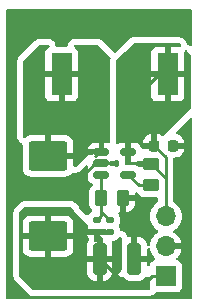
<source format=gbr>
%TF.GenerationSoftware,KiCad,Pcbnew,8.0.4*%
%TF.CreationDate,2024-12-02T13:52:29-05:00*%
%TF.ProjectId,13vconvertertest,31337663-6f6e-4766-9572-746572746573,rev?*%
%TF.SameCoordinates,Original*%
%TF.FileFunction,Copper,L1,Top*%
%TF.FilePolarity,Positive*%
%FSLAX46Y46*%
G04 Gerber Fmt 4.6, Leading zero omitted, Abs format (unit mm)*
G04 Created by KiCad (PCBNEW 8.0.4) date 2024-12-02 13:52:29*
%MOMM*%
%LPD*%
G01*
G04 APERTURE LIST*
G04 Aperture macros list*
%AMRoundRect*
0 Rectangle with rounded corners*
0 $1 Rounding radius*
0 $2 $3 $4 $5 $6 $7 $8 $9 X,Y pos of 4 corners*
0 Add a 4 corners polygon primitive as box body*
4,1,4,$2,$3,$4,$5,$6,$7,$8,$9,$2,$3,0*
0 Add four circle primitives for the rounded corners*
1,1,$1+$1,$2,$3*
1,1,$1+$1,$4,$5*
1,1,$1+$1,$6,$7*
1,1,$1+$1,$8,$9*
0 Add four rect primitives between the rounded corners*
20,1,$1+$1,$2,$3,$4,$5,0*
20,1,$1+$1,$4,$5,$6,$7,0*
20,1,$1+$1,$6,$7,$8,$9,0*
20,1,$1+$1,$8,$9,$2,$3,0*%
G04 Aperture macros list end*
%TA.AperFunction,SMDPad,CuDef*%
%ADD10R,1.800000X3.600000*%
%TD*%
%TA.AperFunction,SMDPad,CuDef*%
%ADD11RoundRect,0.250000X-0.325000X-1.100000X0.325000X-1.100000X0.325000X1.100000X-0.325000X1.100000X0*%
%TD*%
%TA.AperFunction,SMDPad,CuDef*%
%ADD12RoundRect,0.250000X1.400000X1.000000X-1.400000X1.000000X-1.400000X-1.000000X1.400000X-1.000000X0*%
%TD*%
%TA.AperFunction,ComponentPad*%
%ADD13R,1.700000X1.700000*%
%TD*%
%TA.AperFunction,ComponentPad*%
%ADD14O,1.700000X1.700000*%
%TD*%
%TA.AperFunction,SMDPad,CuDef*%
%ADD15RoundRect,0.135000X-0.185000X0.135000X-0.185000X-0.135000X0.185000X-0.135000X0.185000X0.135000X0*%
%TD*%
%TA.AperFunction,SMDPad,CuDef*%
%ADD16RoundRect,0.150000X-0.512500X-0.150000X0.512500X-0.150000X0.512500X0.150000X-0.512500X0.150000X0*%
%TD*%
%TA.AperFunction,SMDPad,CuDef*%
%ADD17RoundRect,0.225000X-0.225000X-0.250000X0.225000X-0.250000X0.225000X0.250000X-0.225000X0.250000X0*%
%TD*%
%TA.AperFunction,SMDPad,CuDef*%
%ADD18RoundRect,0.250000X-0.262500X-0.450000X0.262500X-0.450000X0.262500X0.450000X-0.262500X0.450000X0*%
%TD*%
%TA.AperFunction,SMDPad,CuDef*%
%ADD19RoundRect,0.140000X-0.170000X0.140000X-0.170000X-0.140000X0.170000X-0.140000X0.170000X0.140000X0*%
%TD*%
%TA.AperFunction,SMDPad,CuDef*%
%ADD20RoundRect,0.250000X-0.450000X0.262500X-0.450000X-0.262500X0.450000X-0.262500X0.450000X0.262500X0*%
%TD*%
%TA.AperFunction,Conductor*%
%ADD21C,0.250000*%
%TD*%
G04 APERTURE END LIST*
D10*
%TO.P,L1,1,1*%
%TO.N,+3.3V*%
X96800000Y-29880000D03*
%TO.P,L1,2,2*%
%TO.N,Net-(D1-A)*%
X87800000Y-29880000D03*
%TD*%
D11*
%TO.P,C3,1*%
%TO.N,+13V*%
X91015000Y-45520000D03*
%TO.P,C3,2*%
%TO.N,GND*%
X93965000Y-45520000D03*
%TD*%
D12*
%TO.P,D1,1,K*%
%TO.N,+13V*%
X86650000Y-43610000D03*
%TO.P,D1,2,A*%
%TO.N,Net-(D1-A)*%
X86650000Y-36810000D03*
%TD*%
D13*
%TO.P,J1,1,Pin_1*%
%TO.N,+13V*%
X96620000Y-47005000D03*
D14*
%TO.P,J1,2,Pin_2*%
%TO.N,GND*%
X96620000Y-44465000D03*
%TO.P,J1,3,Pin_3*%
%TO.N,+3.3V*%
X96620000Y-41925000D03*
%TD*%
D15*
%TO.P,R3,1*%
%TO.N,Net-(U1-FB)*%
X90790000Y-42260000D03*
%TO.P,R3,2*%
%TO.N,+13V*%
X90790000Y-43280000D03*
%TD*%
D16*
%TO.P,U1,1,SW*%
%TO.N,Net-(D1-A)*%
X91175000Y-36500000D03*
%TO.P,U1,2,GND*%
%TO.N,GND*%
X91175000Y-37450000D03*
%TO.P,U1,3,FB*%
%TO.N,Net-(U1-FB)*%
X91175000Y-38400000D03*
%TO.P,U1,4,EN*%
%TO.N,Net-(U1-EN)*%
X93450000Y-38400000D03*
%TO.P,U1,5,VIN*%
%TO.N,+3.3V*%
X93450000Y-36500000D03*
%TD*%
D17*
%TO.P,C1,1*%
%TO.N,+3.3V*%
X95650000Y-35960000D03*
%TO.P,C1,2*%
%TO.N,GND*%
X97200000Y-35960000D03*
%TD*%
D18*
%TO.P,R2,1*%
%TO.N,Net-(U1-FB)*%
X91147500Y-40350000D03*
%TO.P,R2,2*%
%TO.N,GND*%
X92972500Y-40350000D03*
%TD*%
D19*
%TO.P,C2,1*%
%TO.N,Net-(U1-FB)*%
X91940000Y-42270000D03*
%TO.P,C2,2*%
%TO.N,+13V*%
X91940000Y-43230000D03*
%TD*%
D20*
%TO.P,R1,1*%
%TO.N,+3.3V*%
X95390000Y-37487500D03*
%TO.P,R1,2*%
%TO.N,Net-(U1-EN)*%
X95390000Y-39312500D03*
%TD*%
D21*
%TO.N,+3.3V*%
X96620000Y-36930000D02*
X95650000Y-35960000D01*
X96020000Y-29880000D02*
X96800000Y-29880000D01*
X96620000Y-38717500D02*
X95390000Y-37487500D01*
X96620000Y-41925000D02*
X96620000Y-36930000D01*
X93450000Y-32490000D02*
X93430000Y-32470000D01*
X93450000Y-36500000D02*
X93450000Y-32490000D01*
X93430000Y-32470000D02*
X96020000Y-29880000D01*
X96620000Y-41925000D02*
X96620000Y-38717500D01*
%TO.N,Net-(U1-FB)*%
X91147500Y-38427500D02*
X91175000Y-38400000D01*
X91147500Y-40350000D02*
X91147500Y-41530000D01*
X91147500Y-41530000D02*
X91147500Y-41902500D01*
X91887500Y-42270000D02*
X91147500Y-41530000D01*
X91147500Y-40350000D02*
X91147500Y-38427500D01*
X91147500Y-41902500D02*
X90790000Y-42260000D01*
X91940000Y-42270000D02*
X91887500Y-42270000D01*
%TO.N,+13V*%
X94670000Y-47810000D02*
X93305000Y-47810000D01*
X96620000Y-47005000D02*
X95475000Y-47005000D01*
X93305000Y-47810000D02*
X91015000Y-45520000D01*
X95475000Y-47005000D02*
X94670000Y-47810000D01*
%TO.N,Net-(D1-A)*%
X90980000Y-36500000D02*
X90670000Y-36810000D01*
X88570000Y-29880000D02*
X87800000Y-29880000D01*
X91175000Y-36500000D02*
X90980000Y-36500000D01*
%TO.N,GND*%
X90600000Y-37450000D02*
X88810000Y-39240000D01*
X91175000Y-37450000D02*
X90600000Y-37450000D01*
%TO.N,Net-(U1-EN)*%
X95390000Y-39312500D02*
X94362500Y-39312500D01*
X94362500Y-39312500D02*
X93450000Y-38400000D01*
%TD*%
%TA.AperFunction,Conductor*%
%TO.N,Net-(D1-A)*%
G36*
X86725761Y-27399685D02*
G01*
X86771516Y-27452489D01*
X86781460Y-27521647D01*
X86752435Y-27585203D01*
X86702055Y-27620182D01*
X86657913Y-27636645D01*
X86657906Y-27636649D01*
X86542812Y-27722809D01*
X86542809Y-27722812D01*
X86456649Y-27837906D01*
X86456645Y-27837913D01*
X86406403Y-27972620D01*
X86406401Y-27972627D01*
X86400000Y-28032155D01*
X86400000Y-29630000D01*
X89200000Y-29630000D01*
X89200000Y-28032172D01*
X89199999Y-28032155D01*
X89193598Y-27972627D01*
X89193596Y-27972620D01*
X89143354Y-27837913D01*
X89143350Y-27837906D01*
X89057190Y-27722812D01*
X89057187Y-27722809D01*
X88942093Y-27636649D01*
X88942086Y-27636645D01*
X88897945Y-27620182D01*
X88842011Y-27578311D01*
X88817594Y-27512847D01*
X88832445Y-27444574D01*
X88881851Y-27395168D01*
X88941278Y-27380000D01*
X90828638Y-27380000D01*
X90895677Y-27399685D01*
X90916319Y-27416319D01*
X91926215Y-28426215D01*
X91959700Y-28487538D01*
X91954716Y-28557230D01*
X91951329Y-28565407D01*
X91934663Y-28601899D01*
X91914976Y-28668944D01*
X91894500Y-28811362D01*
X91894500Y-35576982D01*
X91874815Y-35644021D01*
X91822011Y-35689776D01*
X91760777Y-35700600D01*
X91753162Y-35700001D01*
X91753134Y-35700000D01*
X91425000Y-35700000D01*
X91425000Y-36525500D01*
X91405315Y-36592539D01*
X91352511Y-36638294D01*
X91301000Y-36649500D01*
X90596798Y-36649500D01*
X90559932Y-36652401D01*
X90559926Y-36652402D01*
X90402106Y-36698254D01*
X90402103Y-36698255D01*
X90343806Y-36732732D01*
X90280685Y-36750000D01*
X90015205Y-36750000D01*
X90010074Y-36755550D01*
X89999758Y-36804651D01*
X89950705Y-36854407D01*
X89890506Y-36870000D01*
X89859999Y-36870000D01*
X89011681Y-37718318D01*
X88950358Y-37751803D01*
X88880666Y-37746819D01*
X88824733Y-37704947D01*
X88800316Y-37639483D01*
X88800000Y-37630637D01*
X88800000Y-37060000D01*
X86524000Y-37060000D01*
X86456961Y-37040315D01*
X86411206Y-36987511D01*
X86400000Y-36936000D01*
X86400000Y-36560000D01*
X86900000Y-36560000D01*
X88799999Y-36560000D01*
X88799999Y-36249998D01*
X90015204Y-36249998D01*
X90015205Y-36250000D01*
X90925000Y-36250000D01*
X90925000Y-35700000D01*
X90596850Y-35700000D01*
X90560010Y-35702899D01*
X90560004Y-35702900D01*
X90402306Y-35748716D01*
X90402303Y-35748717D01*
X90260947Y-35832314D01*
X90260938Y-35832321D01*
X90144821Y-35948438D01*
X90144814Y-35948447D01*
X90061218Y-36089801D01*
X90015399Y-36247513D01*
X90015204Y-36249998D01*
X88799999Y-36249998D01*
X88799999Y-35760028D01*
X88799998Y-35760013D01*
X88789505Y-35657302D01*
X88734358Y-35490880D01*
X88734356Y-35490875D01*
X88642315Y-35341654D01*
X88518345Y-35217684D01*
X88369124Y-35125643D01*
X88369119Y-35125641D01*
X88202697Y-35070494D01*
X88202690Y-35070493D01*
X88099986Y-35060000D01*
X86900000Y-35060000D01*
X86900000Y-36560000D01*
X86400000Y-36560000D01*
X86400000Y-35060000D01*
X85200028Y-35060000D01*
X85200012Y-35060001D01*
X85097302Y-35070494D01*
X84930880Y-35125641D01*
X84930875Y-35125643D01*
X84781654Y-35217684D01*
X84751681Y-35247658D01*
X84690358Y-35281143D01*
X84620666Y-35276159D01*
X84564733Y-35234287D01*
X84540316Y-35168823D01*
X84540000Y-35159977D01*
X84540000Y-31727844D01*
X86400000Y-31727844D01*
X86406401Y-31787372D01*
X86406403Y-31787379D01*
X86456645Y-31922086D01*
X86456649Y-31922093D01*
X86542809Y-32037187D01*
X86542812Y-32037190D01*
X86657906Y-32123350D01*
X86657913Y-32123354D01*
X86792620Y-32173596D01*
X86792627Y-32173598D01*
X86852155Y-32179999D01*
X86852172Y-32180000D01*
X87550000Y-32180000D01*
X88050000Y-32180000D01*
X88747828Y-32180000D01*
X88747844Y-32179999D01*
X88807372Y-32173598D01*
X88807379Y-32173596D01*
X88942086Y-32123354D01*
X88942093Y-32123350D01*
X89057187Y-32037190D01*
X89057190Y-32037187D01*
X89143350Y-31922093D01*
X89143354Y-31922086D01*
X89193596Y-31787379D01*
X89193598Y-31787372D01*
X89199999Y-31727844D01*
X89200000Y-31727827D01*
X89200000Y-30130000D01*
X88050000Y-30130000D01*
X88050000Y-32180000D01*
X87550000Y-32180000D01*
X87550000Y-30130000D01*
X86400000Y-30130000D01*
X86400000Y-31727844D01*
X84540000Y-31727844D01*
X84540000Y-28811362D01*
X84559685Y-28744323D01*
X84576319Y-28723681D01*
X85883681Y-27416319D01*
X85945004Y-27382834D01*
X85971362Y-27380000D01*
X86658722Y-27380000D01*
X86725761Y-27399685D01*
G37*
%TD.AperFunction*%
%TD*%
%TA.AperFunction,Conductor*%
%TO.N,+13V*%
G36*
X88605677Y-41149685D02*
G01*
X88626319Y-41166319D01*
X88793681Y-41333681D01*
X88827166Y-41395004D01*
X88830000Y-41421362D01*
X88830000Y-41460000D01*
X90002779Y-42632779D01*
X90021830Y-42657339D01*
X90051418Y-42707370D01*
X90068601Y-42775094D01*
X90051419Y-42833611D01*
X90017594Y-42890806D01*
X89977156Y-43030000D01*
X90529591Y-43030000D01*
X90539318Y-43030382D01*
X90539516Y-43030397D01*
X90540819Y-43030500D01*
X91039180Y-43030499D01*
X91039193Y-43030498D01*
X91040668Y-43030382D01*
X91050393Y-43030000D01*
X91096942Y-43030000D01*
X91125691Y-43012997D01*
X91222324Y-42984922D01*
X91256916Y-42980000D01*
X91441648Y-42980000D01*
X91504766Y-42997267D01*
X91513605Y-43002494D01*
X91513608Y-43002494D01*
X91513610Y-43002496D01*
X91669002Y-43047642D01*
X91669005Y-43047642D01*
X91669007Y-43047643D01*
X91705310Y-43050500D01*
X91705318Y-43050500D01*
X92066000Y-43050500D01*
X92133039Y-43070185D01*
X92178794Y-43122989D01*
X92190000Y-43174500D01*
X92190000Y-43356000D01*
X92170315Y-43423039D01*
X92117511Y-43468794D01*
X92066000Y-43480000D01*
X91653000Y-43480000D01*
X91639319Y-43493681D01*
X91577996Y-43527166D01*
X91551638Y-43530000D01*
X91040000Y-43530000D01*
X91040000Y-43627000D01*
X91141000Y-43627000D01*
X91208039Y-43646685D01*
X91253794Y-43699489D01*
X91265000Y-43751000D01*
X91265000Y-45270000D01*
X92089999Y-45270000D01*
X92089999Y-44370028D01*
X92089998Y-44370013D01*
X92079505Y-44267302D01*
X92048258Y-44173003D01*
X92045856Y-44103175D01*
X92081588Y-44043133D01*
X92144108Y-44011940D01*
X92165964Y-44009999D01*
X92174624Y-44009999D01*
X92174649Y-44009998D01*
X92210910Y-44007145D01*
X92366196Y-43962030D01*
X92505374Y-43879721D01*
X92505383Y-43879714D01*
X92619714Y-43765383D01*
X92619723Y-43765371D01*
X92649268Y-43715414D01*
X92700337Y-43667730D01*
X92769078Y-43655226D01*
X92833668Y-43681871D01*
X92873598Y-43739206D01*
X92880000Y-43778534D01*
X92880000Y-46438637D01*
X92860315Y-46505676D01*
X92843681Y-46526318D01*
X92349999Y-47019999D01*
X92350000Y-47020000D01*
X91974471Y-47020000D01*
X92024356Y-46939124D01*
X92024358Y-46939119D01*
X92079505Y-46772697D01*
X92079506Y-46772690D01*
X92089999Y-46669986D01*
X92090000Y-46669973D01*
X92090000Y-45770000D01*
X91265000Y-45770000D01*
X91265000Y-47020000D01*
X91090000Y-47020000D01*
X90765000Y-47345000D01*
X90765000Y-45770000D01*
X89940001Y-45770000D01*
X89940001Y-46669986D01*
X89950494Y-46772697D01*
X90005641Y-46939119D01*
X90005643Y-46939124D01*
X90097684Y-47088345D01*
X90221654Y-47212315D01*
X90370875Y-47304356D01*
X90370880Y-47304358D01*
X90537302Y-47359505D01*
X90537309Y-47359506D01*
X90640019Y-47369999D01*
X90740001Y-47369999D01*
X90410000Y-47700000D01*
X90410000Y-47910000D01*
X90680000Y-48180000D01*
X85461362Y-48180000D01*
X85394323Y-48160315D01*
X85373681Y-48143681D01*
X84266319Y-47036319D01*
X84232834Y-46974996D01*
X84230000Y-46948638D01*
X84230000Y-44659986D01*
X84500001Y-44659986D01*
X84510494Y-44762697D01*
X84565641Y-44929119D01*
X84565643Y-44929124D01*
X84657684Y-45078345D01*
X84781654Y-45202315D01*
X84930875Y-45294356D01*
X84930880Y-45294358D01*
X85097302Y-45349505D01*
X85097309Y-45349506D01*
X85200019Y-45359999D01*
X86399999Y-45359999D01*
X86900000Y-45359999D01*
X88099972Y-45359999D01*
X88099986Y-45359998D01*
X88202697Y-45349505D01*
X88369119Y-45294358D01*
X88369124Y-45294356D01*
X88518345Y-45202315D01*
X88642315Y-45078345D01*
X88734356Y-44929124D01*
X88734358Y-44929119D01*
X88789505Y-44762697D01*
X88789506Y-44762690D01*
X88799999Y-44659986D01*
X88800000Y-44659973D01*
X88800000Y-44370013D01*
X89940000Y-44370013D01*
X89940000Y-45270000D01*
X90765000Y-45270000D01*
X90765000Y-44093000D01*
X90664000Y-44093000D01*
X90596961Y-44073315D01*
X90551206Y-44020511D01*
X90540000Y-43969000D01*
X90540000Y-43530000D01*
X89977156Y-43530000D01*
X90017595Y-43669194D01*
X90103235Y-43814004D01*
X90100639Y-43815539D01*
X90121024Y-43867461D01*
X90107342Y-43935978D01*
X90101246Y-43945368D01*
X90101475Y-43945509D01*
X90005643Y-44100875D01*
X90005641Y-44100880D01*
X89950494Y-44267302D01*
X89950493Y-44267309D01*
X89940000Y-44370013D01*
X88800000Y-44370013D01*
X88800000Y-43860000D01*
X86900000Y-43860000D01*
X86900000Y-45359999D01*
X86399999Y-45359999D01*
X86400000Y-45359998D01*
X86400000Y-43860000D01*
X84500001Y-43860000D01*
X84500001Y-44659986D01*
X84230000Y-44659986D01*
X84230000Y-42560013D01*
X84500000Y-42560013D01*
X84500000Y-43360000D01*
X86400000Y-43360000D01*
X86900000Y-43360000D01*
X88799999Y-43360000D01*
X88799999Y-42560028D01*
X88799998Y-42560013D01*
X88789505Y-42457302D01*
X88734358Y-42290880D01*
X88734356Y-42290875D01*
X88642315Y-42141654D01*
X88518345Y-42017684D01*
X88369124Y-41925643D01*
X88369119Y-41925641D01*
X88202697Y-41870494D01*
X88202690Y-41870493D01*
X88099986Y-41860000D01*
X86900000Y-41860000D01*
X86900000Y-43360000D01*
X86400000Y-43360000D01*
X86400000Y-41860000D01*
X85200028Y-41860000D01*
X85200012Y-41860001D01*
X85097302Y-41870494D01*
X84930880Y-41925641D01*
X84930875Y-41925643D01*
X84781654Y-42017684D01*
X84657684Y-42141654D01*
X84565643Y-42290875D01*
X84565641Y-42290880D01*
X84510494Y-42457302D01*
X84510493Y-42457309D01*
X84500000Y-42560013D01*
X84230000Y-42560013D01*
X84230000Y-41591362D01*
X84249685Y-41524323D01*
X84266319Y-41503681D01*
X84603681Y-41166319D01*
X84665004Y-41132834D01*
X84691362Y-41130000D01*
X88538638Y-41130000D01*
X88605677Y-41149685D01*
G37*
%TD.AperFunction*%
%TD*%
%TA.AperFunction,Conductor*%
%TO.N,+3.3V*%
G36*
X97795677Y-27289685D02*
G01*
X97816319Y-27306319D01*
X97882675Y-27372675D01*
X97916160Y-27433998D01*
X97911176Y-27503690D01*
X97869304Y-27559623D01*
X97803840Y-27584040D01*
X97781738Y-27583645D01*
X97747844Y-27580000D01*
X97050000Y-27580000D01*
X97050000Y-29630000D01*
X98200000Y-29630000D01*
X98200000Y-28032172D01*
X98199999Y-28032162D01*
X98196354Y-27998264D01*
X98208757Y-27929504D01*
X98256366Y-27878365D01*
X98324065Y-27861084D01*
X98390360Y-27883147D01*
X98407324Y-27897324D01*
X98693681Y-28183681D01*
X98727166Y-28245004D01*
X98730000Y-28271362D01*
X98730000Y-32768638D01*
X98710315Y-32835677D01*
X98693681Y-32856319D01*
X98120000Y-33430000D01*
X96449535Y-35100464D01*
X96388212Y-35133949D01*
X96318520Y-35128965D01*
X96296756Y-35118321D01*
X96183488Y-35048455D01*
X96183481Y-35048452D01*
X96022606Y-34995144D01*
X95923322Y-34985000D01*
X95900000Y-34985000D01*
X95900000Y-36086000D01*
X95880315Y-36153039D01*
X95827511Y-36198794D01*
X95776000Y-36210000D01*
X94691805Y-36210000D01*
X94624766Y-36190315D01*
X94579011Y-36137511D01*
X94572729Y-36120595D01*
X94563784Y-36089806D01*
X94563782Y-36089803D01*
X94480185Y-35948447D01*
X94480178Y-35948438D01*
X94364061Y-35832321D01*
X94364052Y-35832314D01*
X94222696Y-35748717D01*
X94222693Y-35748716D01*
X94064995Y-35702900D01*
X94064989Y-35702899D01*
X94028149Y-35700000D01*
X93700000Y-35700000D01*
X93700000Y-37300000D01*
X94028134Y-37300000D01*
X94028149Y-37299999D01*
X94064992Y-37297100D01*
X94160285Y-37269413D01*
X94192651Y-37245257D01*
X94235819Y-37237500D01*
X95516000Y-37237500D01*
X95583039Y-37257185D01*
X95628794Y-37309989D01*
X95640000Y-37361500D01*
X95640000Y-37613500D01*
X95620315Y-37680539D01*
X95567511Y-37726294D01*
X95516000Y-37737500D01*
X94407725Y-37737500D01*
X94344604Y-37720232D01*
X94222896Y-37648255D01*
X94222893Y-37648254D01*
X94065073Y-37602402D01*
X94065067Y-37602401D01*
X94028201Y-37599500D01*
X94028194Y-37599500D01*
X93310862Y-37599500D01*
X93243823Y-37579815D01*
X93223181Y-37563181D01*
X93167681Y-37507681D01*
X93134196Y-37446358D01*
X93139180Y-37376666D01*
X93167681Y-37332319D01*
X93200000Y-37300000D01*
X93200000Y-35700000D01*
X92871850Y-35700000D01*
X92835010Y-35702899D01*
X92835004Y-35702900D01*
X92677306Y-35748716D01*
X92677305Y-35748716D01*
X92587120Y-35802051D01*
X92519396Y-35819233D01*
X92453134Y-35797072D01*
X92409371Y-35742606D01*
X92400000Y-35695318D01*
X92400000Y-35661677D01*
X94700000Y-35661677D01*
X94700000Y-35710000D01*
X95400000Y-35710000D01*
X95400000Y-34984999D01*
X95376693Y-34985000D01*
X95376674Y-34985001D01*
X95277392Y-34995144D01*
X95116518Y-35048452D01*
X95116507Y-35048457D01*
X94972271Y-35137424D01*
X94972267Y-35137427D01*
X94852427Y-35257267D01*
X94852424Y-35257271D01*
X94763457Y-35401507D01*
X94763452Y-35401518D01*
X94710144Y-35562393D01*
X94700000Y-35661677D01*
X92400000Y-35661677D01*
X92400000Y-31727844D01*
X95400000Y-31727844D01*
X95406401Y-31787372D01*
X95406403Y-31787379D01*
X95456645Y-31922086D01*
X95456649Y-31922093D01*
X95542809Y-32037187D01*
X95542812Y-32037190D01*
X95657906Y-32123350D01*
X95657913Y-32123354D01*
X95792620Y-32173596D01*
X95792627Y-32173598D01*
X95852155Y-32179999D01*
X95852172Y-32180000D01*
X96550000Y-32180000D01*
X97050000Y-32180000D01*
X97747828Y-32180000D01*
X97747844Y-32179999D01*
X97807372Y-32173598D01*
X97807379Y-32173596D01*
X97942086Y-32123354D01*
X97942093Y-32123350D01*
X98057187Y-32037190D01*
X98057190Y-32037187D01*
X98143350Y-31922093D01*
X98143354Y-31922086D01*
X98193596Y-31787379D01*
X98193598Y-31787372D01*
X98199999Y-31727844D01*
X98200000Y-31727827D01*
X98200000Y-30130000D01*
X97050000Y-30130000D01*
X97050000Y-32180000D01*
X96550000Y-32180000D01*
X96550000Y-30130000D01*
X95400000Y-30130000D01*
X95400000Y-31727844D01*
X92400000Y-31727844D01*
X92400000Y-28811362D01*
X92419685Y-28744323D01*
X92436319Y-28723681D01*
X93127845Y-28032155D01*
X95400000Y-28032155D01*
X95400000Y-29630000D01*
X96550000Y-29630000D01*
X96550000Y-27580000D01*
X95852155Y-27580000D01*
X95792627Y-27586401D01*
X95792620Y-27586403D01*
X95657913Y-27636645D01*
X95657906Y-27636649D01*
X95542812Y-27722809D01*
X95542809Y-27722812D01*
X95456649Y-27837906D01*
X95456645Y-27837913D01*
X95406403Y-27972620D01*
X95406401Y-27972627D01*
X95400000Y-28032155D01*
X93127845Y-28032155D01*
X93853681Y-27306319D01*
X93915004Y-27272834D01*
X93941362Y-27270000D01*
X97728638Y-27270000D01*
X97795677Y-27289685D01*
G37*
%TD.AperFunction*%
%TD*%
%TA.AperFunction,Conductor*%
%TO.N,+13V*%
G36*
X91265000Y-47369999D02*
G01*
X91389972Y-47369999D01*
X91389986Y-47369998D01*
X91492697Y-47359505D01*
X91659119Y-47304358D01*
X91659124Y-47304356D01*
X91808345Y-47212315D01*
X91932315Y-47088345D01*
X91974471Y-47020000D01*
X92350000Y-47020000D01*
X92935734Y-47020000D01*
X93002773Y-47039685D01*
X93041271Y-47078901D01*
X93047288Y-47088656D01*
X93171344Y-47212712D01*
X93320666Y-47304814D01*
X93487203Y-47359999D01*
X93589991Y-47370500D01*
X94340008Y-47370499D01*
X94340016Y-47370498D01*
X94340019Y-47370498D01*
X94396302Y-47364748D01*
X94442797Y-47359999D01*
X94609334Y-47304814D01*
X94758656Y-47212712D01*
X94882712Y-47088656D01*
X94888729Y-47078901D01*
X94940677Y-47032178D01*
X94994266Y-47020000D01*
X95146000Y-47020000D01*
X95213039Y-47039685D01*
X95258794Y-47092489D01*
X95270000Y-47144000D01*
X95270000Y-47902844D01*
X95276401Y-47962372D01*
X95276403Y-47962379D01*
X95295159Y-48012667D01*
X95300143Y-48082359D01*
X95266658Y-48143682D01*
X95205334Y-48177166D01*
X95178977Y-48180000D01*
X90680000Y-48180000D01*
X90410000Y-47910000D01*
X90410000Y-47700000D01*
X90740001Y-47369999D01*
X90764999Y-47369999D01*
X90765000Y-47369998D01*
X90765000Y-47345000D01*
X91090000Y-47020000D01*
X91265000Y-47020000D01*
X91265000Y-47369999D01*
G37*
%TD.AperFunction*%
%TD*%
%TA.AperFunction,Conductor*%
%TO.N,GND*%
G36*
X98792539Y-24380185D02*
G01*
X98838294Y-24432989D01*
X98849500Y-24484500D01*
X98849500Y-27352697D01*
X98829815Y-27419736D01*
X98777011Y-27465491D01*
X98707853Y-27475435D01*
X98669998Y-27463582D01*
X98549992Y-27403515D01*
X98549971Y-27403506D01*
X98479486Y-27380049D01*
X98480130Y-27378111D01*
X98427259Y-27346318D01*
X98402330Y-27305694D01*
X98378758Y-27242496D01*
X98359826Y-27191737D01*
X98326341Y-27130414D01*
X98240117Y-27015233D01*
X98173761Y-26948877D01*
X98173737Y-26948855D01*
X98133519Y-26912728D01*
X98133507Y-26912718D01*
X98112856Y-26896076D01*
X98068974Y-26864433D01*
X97938100Y-26804663D01*
X97871055Y-26784976D01*
X97823582Y-26778150D01*
X97728638Y-26764500D01*
X93941362Y-26764500D01*
X93941360Y-26764500D01*
X93887311Y-26767397D01*
X93887310Y-26767397D01*
X93860977Y-26770229D01*
X93860950Y-26770232D01*
X93807554Y-26778885D01*
X93807552Y-26778885D01*
X93672747Y-26829166D01*
X93611422Y-26862651D01*
X93496240Y-26948876D01*
X93496228Y-26948886D01*
X92417680Y-28027434D01*
X92356357Y-28060919D01*
X92286665Y-28055935D01*
X92242318Y-28027434D01*
X91273776Y-27058892D01*
X91273770Y-27058886D01*
X91273761Y-27058877D01*
X91273737Y-27058855D01*
X91233519Y-27022728D01*
X91233507Y-27022718D01*
X91212856Y-27006076D01*
X91168974Y-26974433D01*
X91038100Y-26914663D01*
X91031510Y-26912728D01*
X90971058Y-26894977D01*
X90971060Y-26894977D01*
X90971055Y-26894976D01*
X90923582Y-26888150D01*
X90828638Y-26874500D01*
X88941278Y-26874500D01*
X88941274Y-26874500D01*
X88816260Y-26890203D01*
X88756843Y-26905368D01*
X88639590Y-26951501D01*
X88524410Y-27037725D01*
X88524398Y-27037735D01*
X88479862Y-27082272D01*
X88478694Y-27083318D01*
X88475003Y-27087129D01*
X88388774Y-27202319D01*
X88338497Y-27337122D01*
X88338495Y-27337129D01*
X88323646Y-27405390D01*
X88323645Y-27405400D01*
X88323645Y-27405401D01*
X88319485Y-27463582D01*
X88319430Y-27464345D01*
X88295014Y-27529809D01*
X88239081Y-27571681D01*
X88195746Y-27579500D01*
X87405814Y-27579500D01*
X87338775Y-27559815D01*
X87293020Y-27507011D01*
X87281814Y-27455500D01*
X87281814Y-27449706D01*
X87281814Y-27449703D01*
X87271870Y-27380545D01*
X87231335Y-27242496D01*
X87153547Y-27121457D01*
X87123808Y-27087136D01*
X87107798Y-27068659D01*
X87107794Y-27068656D01*
X87107792Y-27068653D01*
X86999058Y-26974433D01*
X86999055Y-26974431D01*
X86999053Y-26974430D01*
X86868187Y-26914664D01*
X86868182Y-26914662D01*
X86868181Y-26914662D01*
X86801142Y-26894977D01*
X86801144Y-26894977D01*
X86801139Y-26894976D01*
X86753666Y-26888150D01*
X86658722Y-26874500D01*
X85971362Y-26874500D01*
X85971360Y-26874500D01*
X85917311Y-26877397D01*
X85917310Y-26877397D01*
X85890977Y-26880229D01*
X85890950Y-26880232D01*
X85837554Y-26888885D01*
X85837552Y-26888885D01*
X85702747Y-26939166D01*
X85641422Y-26972651D01*
X85526240Y-27058876D01*
X85526228Y-27058886D01*
X84218892Y-28366223D01*
X84218855Y-28366262D01*
X84182728Y-28406480D01*
X84182718Y-28406492D01*
X84166076Y-28427143D01*
X84134433Y-28471025D01*
X84074663Y-28601899D01*
X84054976Y-28668944D01*
X84034500Y-28811363D01*
X84034500Y-35159996D01*
X84034820Y-35177978D01*
X84035139Y-35186894D01*
X84036103Y-35204880D01*
X84036105Y-35204895D01*
X84066686Y-35345471D01*
X84066688Y-35345478D01*
X84081847Y-35386122D01*
X84091105Y-35410943D01*
X84091107Y-35410947D01*
X84152334Y-35523075D01*
X84160056Y-35537217D01*
X84261793Y-35638957D01*
X84261796Y-35638959D01*
X84317726Y-35680829D01*
X84317731Y-35680833D01*
X84317742Y-35680840D01*
X84371147Y-35710000D01*
X84434926Y-35744825D01*
X84484331Y-35794228D01*
X84499500Y-35853657D01*
X84499500Y-37860001D01*
X84499501Y-37860018D01*
X84510000Y-37962796D01*
X84510001Y-37962799D01*
X84565185Y-38129331D01*
X84565187Y-38129336D01*
X84585325Y-38161985D01*
X84657288Y-38278656D01*
X84781344Y-38402712D01*
X84930666Y-38494814D01*
X85097203Y-38549999D01*
X85199991Y-38560500D01*
X88100008Y-38560499D01*
X88202797Y-38549999D01*
X88369334Y-38494814D01*
X88518656Y-38402712D01*
X88642712Y-38278656D01*
X88642714Y-38278652D01*
X88642978Y-38278320D01*
X88643217Y-38278150D01*
X88647819Y-38273549D01*
X88648605Y-38274335D01*
X88699999Y-38237942D01*
X88766603Y-38234063D01*
X88784436Y-38237942D01*
X88844607Y-38251031D01*
X88905576Y-38255391D01*
X88914297Y-38256015D01*
X88914299Y-38256015D01*
X88914300Y-38256015D01*
X88923878Y-38255329D01*
X89057810Y-38245751D01*
X89192619Y-38195469D01*
X89253942Y-38161984D01*
X89369123Y-38075760D01*
X89806054Y-37638827D01*
X89867377Y-37605343D01*
X89937068Y-37610327D01*
X89993002Y-37652198D01*
X90012453Y-37696749D01*
X90013632Y-37696407D01*
X90061216Y-37860193D01*
X90061220Y-37860203D01*
X90061927Y-37861398D01*
X90062195Y-37862454D01*
X90064316Y-37867356D01*
X90063524Y-37867698D01*
X90079103Y-37929123D01*
X90063493Y-37982284D01*
X90063855Y-37982441D01*
X90062587Y-37985369D01*
X90061927Y-37987620D01*
X90060759Y-37989594D01*
X90060754Y-37989607D01*
X90014902Y-38147426D01*
X90014901Y-38147432D01*
X90012000Y-38184298D01*
X90012000Y-38615701D01*
X90014901Y-38652567D01*
X90014902Y-38652573D01*
X90060754Y-38810393D01*
X90060755Y-38810396D01*
X90144232Y-38951550D01*
X90144418Y-38951864D01*
X90144423Y-38951870D01*
X90260629Y-39068076D01*
X90260638Y-39068083D01*
X90371193Y-39133465D01*
X90418877Y-39184534D01*
X90431380Y-39253276D01*
X90404735Y-39317865D01*
X90395754Y-39327878D01*
X90292287Y-39431345D01*
X90200187Y-39580663D01*
X90200186Y-39580666D01*
X90145001Y-39747203D01*
X90145001Y-39747204D01*
X90145000Y-39747204D01*
X90134500Y-39849983D01*
X90134500Y-40850001D01*
X90134501Y-40850019D01*
X90145000Y-40952796D01*
X90145001Y-40952799D01*
X90190938Y-41091425D01*
X90200186Y-41119334D01*
X90292096Y-41268345D01*
X90292289Y-41268657D01*
X90369626Y-41345994D01*
X90403111Y-41407317D01*
X90398127Y-41477009D01*
X90356255Y-41532942D01*
X90345066Y-41540407D01*
X90212405Y-41618862D01*
X90212396Y-41618869D01*
X90098869Y-41732396D01*
X90098862Y-41732405D01*
X90075599Y-41771742D01*
X90024530Y-41819426D01*
X89955788Y-41831929D01*
X89891199Y-41805283D01*
X89881186Y-41796302D01*
X89309658Y-41224774D01*
X89281157Y-41180426D01*
X89270831Y-41152741D01*
X89270829Y-41152737D01*
X89237350Y-41091425D01*
X89237349Y-41091424D01*
X89237347Y-41091420D01*
X89151123Y-40976239D01*
X89151118Y-40976234D01*
X89151113Y-40976228D01*
X88983776Y-40808892D01*
X88983770Y-40808886D01*
X88983761Y-40808877D01*
X88983737Y-40808855D01*
X88943519Y-40772728D01*
X88943507Y-40772718D01*
X88922856Y-40756076D01*
X88878974Y-40724433D01*
X88748100Y-40664663D01*
X88681055Y-40644976D01*
X88633582Y-40638150D01*
X88538638Y-40624500D01*
X84691362Y-40624500D01*
X84691360Y-40624500D01*
X84637311Y-40627397D01*
X84637310Y-40627397D01*
X84610977Y-40630229D01*
X84610950Y-40630232D01*
X84557554Y-40638885D01*
X84557552Y-40638885D01*
X84422747Y-40689166D01*
X84361422Y-40722651D01*
X84246240Y-40808876D01*
X84246228Y-40808886D01*
X83908892Y-41146223D01*
X83908855Y-41146262D01*
X83872728Y-41186480D01*
X83872718Y-41186492D01*
X83856076Y-41207143D01*
X83824433Y-41251025D01*
X83764663Y-41381899D01*
X83744976Y-41448944D01*
X83724500Y-41591363D01*
X83724500Y-46948640D01*
X83727397Y-47002688D01*
X83727397Y-47002689D01*
X83730229Y-47029022D01*
X83730232Y-47029049D01*
X83738885Y-47082445D01*
X83738885Y-47082447D01*
X83789166Y-47217252D01*
X83789168Y-47217257D01*
X83822653Y-47278580D01*
X83908877Y-47393761D01*
X83908881Y-47393765D01*
X83908886Y-47393771D01*
X84477598Y-47962482D01*
X85016239Y-48501123D01*
X85016255Y-48501137D01*
X85016262Y-48501144D01*
X85056480Y-48537271D01*
X85056492Y-48537281D01*
X85056500Y-48537288D01*
X85077142Y-48553922D01*
X85121026Y-48585567D01*
X85251903Y-48645338D01*
X85318942Y-48665023D01*
X85318946Y-48665024D01*
X85461362Y-48685500D01*
X85461365Y-48685500D01*
X95178979Y-48685500D01*
X95184665Y-48685195D01*
X95233019Y-48682603D01*
X95259376Y-48679769D01*
X95312777Y-48671116D01*
X95447586Y-48620837D01*
X95506989Y-48588401D01*
X95508447Y-48587639D01*
X95508904Y-48587356D01*
X95508910Y-48587353D01*
X95508918Y-48587349D01*
X95624100Y-48501125D01*
X95695917Y-48405187D01*
X95751851Y-48363317D01*
X95795184Y-48355499D01*
X97517871Y-48355499D01*
X97517872Y-48355499D01*
X97577483Y-48349091D01*
X97712331Y-48298796D01*
X97827546Y-48212546D01*
X97913796Y-48097331D01*
X97964091Y-47962483D01*
X97970500Y-47902873D01*
X97970499Y-46107128D01*
X97964091Y-46047517D01*
X97959817Y-46036059D01*
X97913797Y-45912671D01*
X97913793Y-45912664D01*
X97827547Y-45797455D01*
X97827544Y-45797452D01*
X97712335Y-45711206D01*
X97712328Y-45711202D01*
X97580401Y-45661997D01*
X97524467Y-45620126D01*
X97500050Y-45554662D01*
X97514902Y-45486389D01*
X97536053Y-45458133D01*
X97658108Y-45336078D01*
X97793600Y-45142578D01*
X97893429Y-44928492D01*
X97893432Y-44928486D01*
X97950636Y-44715000D01*
X97053012Y-44715000D01*
X97085925Y-44657993D01*
X97120000Y-44530826D01*
X97120000Y-44399174D01*
X97085925Y-44272007D01*
X97053012Y-44215000D01*
X97950636Y-44215000D01*
X97950635Y-44214999D01*
X97893432Y-44001513D01*
X97893429Y-44001507D01*
X97793600Y-43787422D01*
X97793599Y-43787420D01*
X97658113Y-43593926D01*
X97658108Y-43593920D01*
X97491078Y-43426890D01*
X97305405Y-43296879D01*
X97261780Y-43242302D01*
X97254588Y-43172804D01*
X97286110Y-43110449D01*
X97305406Y-43093730D01*
X97491401Y-42963495D01*
X97658495Y-42796401D01*
X97794035Y-42602830D01*
X97893903Y-42388663D01*
X97955063Y-42160408D01*
X97975659Y-41925000D01*
X97955063Y-41689592D01*
X97893903Y-41461337D01*
X97794035Y-41247171D01*
X97766008Y-41207143D01*
X97658494Y-41053597D01*
X97491402Y-40886506D01*
X97491401Y-40886505D01*
X97328911Y-40772728D01*
X97298376Y-40751347D01*
X97254751Y-40696770D01*
X97245500Y-40649772D01*
X97245500Y-38785241D01*
X97245501Y-38785220D01*
X97245501Y-38650784D01*
X97245500Y-38650758D01*
X97245500Y-37058999D01*
X97265185Y-36991960D01*
X97317989Y-36946205D01*
X97369500Y-36934999D01*
X97473308Y-36934999D01*
X97473322Y-36934998D01*
X97572607Y-36924855D01*
X97733481Y-36871547D01*
X97733492Y-36871542D01*
X97877728Y-36782575D01*
X97877732Y-36782572D01*
X97997572Y-36662732D01*
X97997575Y-36662728D01*
X98086542Y-36518492D01*
X98086547Y-36518481D01*
X98139855Y-36357606D01*
X98149999Y-36258322D01*
X98150000Y-36258309D01*
X98150000Y-36210000D01*
X97074000Y-36210000D01*
X97006961Y-36190315D01*
X96961206Y-36137511D01*
X96950000Y-36086000D01*
X96950000Y-35834000D01*
X96969685Y-35766961D01*
X97022489Y-35721206D01*
X97074000Y-35710000D01*
X98149999Y-35710000D01*
X98149999Y-35661692D01*
X98149998Y-35661677D01*
X98139855Y-35562392D01*
X98086547Y-35401518D01*
X98086542Y-35401507D01*
X97997575Y-35257271D01*
X97997572Y-35257267D01*
X97877732Y-35137427D01*
X97877728Y-35137424D01*
X97733492Y-35048457D01*
X97733481Y-35048452D01*
X97572607Y-34995144D01*
X97557407Y-34993591D01*
X97492716Y-34967194D01*
X97452566Y-34910012D01*
X97449704Y-34840201D01*
X97482329Y-34782555D01*
X98477442Y-33787443D01*
X98477442Y-33787442D01*
X98637821Y-33627062D01*
X98699142Y-33593580D01*
X98768834Y-33598564D01*
X98824767Y-33640436D01*
X98849184Y-33705900D01*
X98849500Y-33714746D01*
X98849500Y-48815500D01*
X98829815Y-48882539D01*
X98777011Y-48928294D01*
X98725500Y-48939500D01*
X83234500Y-48939500D01*
X83167461Y-48919815D01*
X83121706Y-48867011D01*
X83110500Y-48815500D01*
X83110500Y-24484500D01*
X83130185Y-24417461D01*
X83182989Y-24371706D01*
X83234500Y-24360500D01*
X98725500Y-24360500D01*
X98792539Y-24380185D01*
G37*
%TD.AperFunction*%
%TA.AperFunction,Conductor*%
G36*
X94156445Y-39904186D02*
G01*
X94180048Y-39913963D01*
X94226505Y-39923203D01*
X94288417Y-39955588D01*
X94307853Y-39979723D01*
X94331925Y-40018749D01*
X94347288Y-40043656D01*
X94471344Y-40167712D01*
X94620666Y-40259814D01*
X94787203Y-40314999D01*
X94889991Y-40325500D01*
X95870500Y-40325499D01*
X95937539Y-40345183D01*
X95983294Y-40397987D01*
X95994500Y-40449499D01*
X95994500Y-40649773D01*
X95974815Y-40716812D01*
X95941623Y-40751348D01*
X95748597Y-40886505D01*
X95581505Y-41053597D01*
X95445965Y-41247169D01*
X95445964Y-41247171D01*
X95346098Y-41461335D01*
X95346094Y-41461344D01*
X95284938Y-41689586D01*
X95284936Y-41689596D01*
X95264341Y-41924999D01*
X95264341Y-41925000D01*
X95284936Y-42160403D01*
X95284938Y-42160413D01*
X95346094Y-42388655D01*
X95346096Y-42388659D01*
X95346097Y-42388663D01*
X95438008Y-42585766D01*
X95445965Y-42602830D01*
X95445967Y-42602834D01*
X95581501Y-42796395D01*
X95581506Y-42796402D01*
X95748597Y-42963493D01*
X95748603Y-42963498D01*
X95934594Y-43093730D01*
X95978219Y-43148307D01*
X95985413Y-43217805D01*
X95953890Y-43280160D01*
X95934595Y-43296880D01*
X95748922Y-43426890D01*
X95748920Y-43426891D01*
X95581891Y-43593920D01*
X95581886Y-43593926D01*
X95446400Y-43787420D01*
X95446399Y-43787422D01*
X95346570Y-44001507D01*
X95346566Y-44001516D01*
X95285432Y-44229673D01*
X95285430Y-44229683D01*
X95279572Y-44296643D01*
X95254119Y-44361712D01*
X95197528Y-44402690D01*
X95127766Y-44406568D01*
X95066982Y-44372113D01*
X95034475Y-44310266D01*
X95032686Y-44298435D01*
X95029506Y-44267303D01*
X94974358Y-44100880D01*
X94974356Y-44100875D01*
X94882315Y-43951654D01*
X94758345Y-43827684D01*
X94609124Y-43735643D01*
X94609119Y-43735641D01*
X94442697Y-43680494D01*
X94442690Y-43680493D01*
X94339986Y-43670000D01*
X94215000Y-43670000D01*
X94215000Y-45270000D01*
X95039999Y-45270000D01*
X95039999Y-44725733D01*
X95059684Y-44658694D01*
X95112488Y-44612939D01*
X95181646Y-44602995D01*
X95245202Y-44632020D01*
X95282976Y-44690798D01*
X95283984Y-44695104D01*
X95284030Y-44695092D01*
X95346566Y-44928483D01*
X95346570Y-44928492D01*
X95446399Y-45142578D01*
X95581894Y-45336082D01*
X95703946Y-45458134D01*
X95737431Y-45519457D01*
X95732447Y-45589149D01*
X95690575Y-45645082D01*
X95659598Y-45661997D01*
X95527671Y-45711202D01*
X95527664Y-45711206D01*
X95412455Y-45797452D01*
X95412452Y-45797455D01*
X95326206Y-45912664D01*
X95326202Y-45912671D01*
X95280182Y-46036059D01*
X95238311Y-46091993D01*
X95172847Y-46116410D01*
X95104574Y-46101558D01*
X95055168Y-46052153D01*
X95040000Y-45992726D01*
X95040000Y-45770000D01*
X93839000Y-45770000D01*
X93771961Y-45750315D01*
X93726206Y-45697511D01*
X93715000Y-45646000D01*
X93715000Y-43670000D01*
X93590027Y-43670000D01*
X93590009Y-43670001D01*
X93487940Y-43680428D01*
X93419247Y-43667658D01*
X93368363Y-43619777D01*
X93354954Y-43586794D01*
X93354704Y-43585784D01*
X93353001Y-43578884D01*
X93288414Y-43450315D01*
X93249164Y-43393957D01*
X93248592Y-43393117D01*
X93248484Y-43392980D01*
X93248480Y-43392974D01*
X93150286Y-43287811D01*
X93026441Y-43214571D01*
X93026439Y-43214570D01*
X92961858Y-43187928D01*
X92961845Y-43187924D01*
X92844006Y-43158028D01*
X92783866Y-43122462D01*
X92752502Y-43060028D01*
X92750500Y-43037836D01*
X92750500Y-43025317D01*
X92750499Y-43025302D01*
X92747643Y-42989008D01*
X92747642Y-42989002D01*
X92702495Y-42833609D01*
X92702495Y-42833608D01*
X92702494Y-42833607D01*
X92702494Y-42833605D01*
X92690379Y-42813120D01*
X92673196Y-42745399D01*
X92690379Y-42686880D01*
X92702494Y-42666395D01*
X92747643Y-42510993D01*
X92750500Y-42474690D01*
X92750500Y-42065310D01*
X92747643Y-42029007D01*
X92702494Y-41873605D01*
X92656777Y-41796302D01*
X92621777Y-41737119D01*
X92604594Y-41669395D01*
X92626754Y-41603132D01*
X92681220Y-41559369D01*
X92721015Y-41551482D01*
X92722499Y-41549999D01*
X93222500Y-41549999D01*
X93284972Y-41549999D01*
X93284986Y-41549998D01*
X93387697Y-41539505D01*
X93554119Y-41484358D01*
X93554124Y-41484356D01*
X93703345Y-41392315D01*
X93827315Y-41268345D01*
X93919356Y-41119124D01*
X93919358Y-41119119D01*
X93974505Y-40952697D01*
X93974506Y-40952690D01*
X93984999Y-40849986D01*
X93985000Y-40849973D01*
X93985000Y-40600000D01*
X93222500Y-40600000D01*
X93222500Y-41549999D01*
X92722499Y-41549999D01*
X92722500Y-41549998D01*
X92722500Y-40224000D01*
X92742185Y-40156961D01*
X92794989Y-40111206D01*
X92846500Y-40100000D01*
X93984999Y-40100000D01*
X93984999Y-40018749D01*
X94004684Y-39951710D01*
X94057488Y-39905955D01*
X94126646Y-39896011D01*
X94156445Y-39904186D01*
G37*
%TD.AperFunction*%
%TA.AperFunction,Conductor*%
G36*
X92488852Y-37140129D02*
G01*
X92528512Y-37164530D01*
X92529469Y-37163298D01*
X92535632Y-37168078D01*
X92535635Y-37168081D01*
X92535637Y-37168082D01*
X92579817Y-37194210D01*
X92627500Y-37245279D01*
X92640004Y-37314020D01*
X92637863Y-37327297D01*
X92634968Y-37340603D01*
X92634968Y-37340607D01*
X92629984Y-37410298D01*
X92629984Y-37410300D01*
X92640248Y-37553811D01*
X92642134Y-37562481D01*
X92640294Y-37562881D01*
X92644482Y-37621509D01*
X92610991Y-37682829D01*
X92586441Y-37701871D01*
X92535637Y-37731917D01*
X92529469Y-37736702D01*
X92528164Y-37735019D01*
X92476454Y-37763246D01*
X92406763Y-37758251D01*
X92359058Y-37726247D01*
X92334796Y-37700000D01*
X92069315Y-37700000D01*
X92006194Y-37682732D01*
X92002094Y-37680307D01*
X91947898Y-37648256D01*
X91947897Y-37648255D01*
X91947896Y-37648255D01*
X91947893Y-37648254D01*
X91790073Y-37602402D01*
X91790067Y-37602401D01*
X91753201Y-37599500D01*
X91753194Y-37599500D01*
X91049000Y-37599500D01*
X90981961Y-37579815D01*
X90936206Y-37527011D01*
X90925000Y-37475500D01*
X90925000Y-37458177D01*
X90944685Y-37391138D01*
X90980104Y-37355078D01*
X91030508Y-37321398D01*
X91097183Y-37300520D01*
X91099399Y-37300500D01*
X91753186Y-37300500D01*
X91753194Y-37300500D01*
X91790069Y-37297598D01*
X91790071Y-37297597D01*
X91790073Y-37297597D01*
X91831691Y-37285505D01*
X91947898Y-37251744D01*
X92006194Y-37217268D01*
X92069315Y-37200000D01*
X92334794Y-37200000D01*
X92359057Y-37173752D01*
X92419018Y-37137885D01*
X92488852Y-37140129D01*
G37*
%TD.AperFunction*%
%TD*%
M02*

</source>
